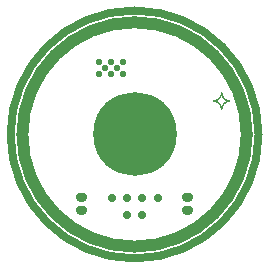
<source format=gbs>
G04*
G04 #@! TF.GenerationSoftware,Altium Limited,Altium Designer,18.1.7 (191)*
G04*
G04 Layer_Color=16711935*
%FSLAX25Y25*%
%MOIN*%
G70*
G01*
G75*
%ADD54C,0.02300*%
%ADD65C,0.03937*%
%ADD69C,0.02747*%
%ADD70C,0.02900*%
%ADD71C,0.27859*%
G36*
X-18016Y-23697D02*
X-18315D01*
X-18866Y-23925D01*
X-19288Y-24347D01*
X-19516Y-24899D01*
Y-25197D01*
Y-25495D01*
X-19288Y-26046D01*
X-18866Y-26469D01*
X-18315Y-26697D01*
X-18016D01*
D01*
X-17416D01*
X-17118D01*
X-16567Y-26469D01*
X-16145Y-26046D01*
X-15916Y-25495D01*
Y-25197D01*
Y-24899D01*
X-16145Y-24347D01*
X-16567Y-23925D01*
X-17118Y-23697D01*
X-17416D01*
D01*
X-18016D01*
D02*
G37*
G36*
Y-19366D02*
X-18315D01*
X-18866Y-19594D01*
X-19288Y-20017D01*
X-19516Y-20568D01*
Y-20866D01*
Y-21165D01*
X-19288Y-21716D01*
X-18866Y-22138D01*
X-18315Y-22366D01*
X-18016D01*
D01*
X-17416D01*
X-17118D01*
X-16567Y-22138D01*
X-16145Y-21716D01*
X-15916Y-21165D01*
Y-20866D01*
Y-20568D01*
X-16145Y-20017D01*
X-16567Y-19594D01*
X-17118Y-19366D01*
X-17416D01*
D01*
X-18016D01*
D02*
G37*
G36*
X18016Y-26697D02*
X18315D01*
X18866Y-26469D01*
X19288Y-26046D01*
X19516Y-25495D01*
Y-25197D01*
Y-24899D01*
X19288Y-24347D01*
X18866Y-23925D01*
X18315Y-23697D01*
X18016D01*
D01*
X17416D01*
X17118D01*
X16567Y-23925D01*
X16145Y-24347D01*
X15916Y-24899D01*
Y-25197D01*
Y-25495D01*
X16145Y-26046D01*
X16567Y-26469D01*
X17118Y-26697D01*
X17416D01*
D01*
X18016D01*
D02*
G37*
G36*
Y-22366D02*
X18315D01*
X18866Y-22138D01*
X19288Y-21716D01*
X19516Y-21165D01*
Y-20866D01*
Y-20568D01*
X19288Y-20017D01*
X18866Y-19594D01*
X18315Y-19366D01*
X18016D01*
D01*
X17416D01*
X17118D01*
X16567Y-19594D01*
X16145Y-20017D01*
X15916Y-20568D01*
Y-20866D01*
Y-21165D01*
X16145Y-21716D01*
X16567Y-22138D01*
X17118Y-22366D01*
X17416D01*
D01*
X18016D01*
D02*
G37*
G36*
X29280Y14077D02*
X29286Y14036D01*
X29292Y13971D01*
X29304Y13889D01*
X29321Y13789D01*
X29345Y13671D01*
X29380Y13541D01*
X29416Y13400D01*
X29457Y13253D01*
X29516Y13100D01*
X29575Y12946D01*
X29651Y12787D01*
X29740Y12628D01*
X29834Y12475D01*
X29940Y12334D01*
X30064Y12198D01*
X30070Y12192D01*
X30093Y12169D01*
X30140Y12134D01*
X30199Y12087D01*
X30264Y12033D01*
X30352Y11969D01*
X30452Y11904D01*
X30570Y11833D01*
X30700Y11762D01*
X30841Y11692D01*
X31000Y11627D01*
X31171Y11562D01*
X31348Y11503D01*
X31542Y11462D01*
X31748Y11421D01*
X31966Y11403D01*
X31954Y10908D01*
X31942D01*
X31901Y10903D01*
X31837Y10897D01*
X31754Y10885D01*
X31654Y10867D01*
X31542Y10849D01*
X31412Y10814D01*
X31271Y10779D01*
X31124Y10738D01*
X30971Y10679D01*
X30812Y10614D01*
X30653Y10537D01*
X30499Y10455D01*
X30340Y10355D01*
X30193Y10243D01*
X30058Y10119D01*
X30028Y10090D01*
X29993Y10042D01*
X29946Y9995D01*
X29893Y9919D01*
X29834Y9836D01*
X29769Y9736D01*
X29698Y9618D01*
X29628Y9489D01*
X29557Y9347D01*
X29498Y9194D01*
X29433Y9024D01*
X29374Y8847D01*
X29333Y8653D01*
X29292Y8446D01*
X29274Y8228D01*
X28785Y8223D01*
Y8234D01*
X28780Y8275D01*
X28774Y8340D01*
X28762Y8423D01*
X28744Y8523D01*
X28727Y8635D01*
X28691Y8764D01*
X28656Y8906D01*
X28615Y9053D01*
X28556Y9206D01*
X28491Y9365D01*
X28414Y9524D01*
X28326Y9683D01*
X28232Y9836D01*
X28120Y9984D01*
X27990Y10125D01*
X27984Y10131D01*
X27961Y10154D01*
X27914Y10190D01*
X27867Y10237D01*
X27790Y10290D01*
X27702Y10355D01*
X27602Y10419D01*
X27490Y10484D01*
X27360Y10555D01*
X27219Y10626D01*
X27060Y10690D01*
X26895Y10749D01*
X26718Y10808D01*
X26518Y10855D01*
X26317Y10891D01*
X26100Y10908D01*
X26094Y11409D01*
X26105D01*
X26147Y11415D01*
X26211Y11421D01*
X26294Y11433D01*
X26394Y11450D01*
X26506Y11468D01*
X26641Y11497D01*
X26777Y11539D01*
X26924Y11580D01*
X27083Y11633D01*
X27242Y11698D01*
X27395Y11768D01*
X27554Y11857D01*
X27707Y11951D01*
X27861Y12069D01*
X27996Y12192D01*
X28026Y12222D01*
X28061Y12269D01*
X28102Y12322D01*
X28161Y12393D01*
X28220Y12475D01*
X28285Y12575D01*
X28355Y12693D01*
X28426Y12823D01*
X28497Y12964D01*
X28562Y13123D01*
X28620Y13288D01*
X28673Y13471D01*
X28715Y13665D01*
X28756Y13871D01*
X28774Y14089D01*
X29280D01*
Y14077D01*
D02*
G37*
%LPC*%
G36*
X29027Y12858D02*
X29021Y12852D01*
X29015Y12834D01*
X29009Y12805D01*
X28992Y12764D01*
X28974Y12711D01*
X28950Y12652D01*
X28921Y12587D01*
X28885Y12516D01*
X28797Y12357D01*
X28685Y12175D01*
X28544Y11986D01*
X28373Y11804D01*
X28326Y11757D01*
X28285Y11727D01*
X28243Y11686D01*
X28190Y11645D01*
X28132Y11598D01*
X28061Y11539D01*
X27908Y11433D01*
X27731Y11327D01*
X27537Y11238D01*
X27330Y11162D01*
X27336Y11156D01*
X27354Y11150D01*
X27384Y11144D01*
X27425Y11126D01*
X27478Y11109D01*
X27537Y11085D01*
X27602Y11056D01*
X27672Y11020D01*
X27831Y10932D01*
X28008Y10826D01*
X28196Y10685D01*
X28379Y10514D01*
X28385Y10508D01*
X28403Y10490D01*
X28426Y10467D01*
X28461Y10431D01*
X28497Y10384D01*
X28544Y10325D01*
X28591Y10266D01*
X28644Y10202D01*
X28756Y10042D01*
X28862Y9866D01*
X28956Y9666D01*
X29027Y9465D01*
X29033Y9471D01*
X29039Y9489D01*
X29045Y9518D01*
X29062Y9560D01*
X29074Y9607D01*
X29103Y9660D01*
X29133Y9725D01*
X29162Y9801D01*
X29251Y9960D01*
X29368Y10137D01*
X29504Y10319D01*
X29675Y10502D01*
X29757Y10584D01*
X29804Y10620D01*
X29863Y10667D01*
X29922Y10714D01*
X29993Y10773D01*
X30146Y10879D01*
X30329Y10991D01*
X30517Y11085D01*
X30723Y11162D01*
X30717Y11168D01*
X30700Y11174D01*
X30670Y11179D01*
X30629Y11197D01*
X30576Y11215D01*
X30517Y11238D01*
X30452Y11268D01*
X30382Y11303D01*
X30223Y11391D01*
X30040Y11503D01*
X29857Y11639D01*
X29675Y11810D01*
X29669Y11816D01*
X29651Y11833D01*
X29628Y11857D01*
X29598Y11898D01*
X29557Y11939D01*
X29516Y11992D01*
X29469Y12051D01*
X29416Y12116D01*
X29304Y12275D01*
X29198Y12452D01*
X29103Y12652D01*
X29027Y12858D01*
D02*
G37*
%LPD*%
D54*
X-7874Y20079D02*
D03*
Y24016D02*
D03*
X2559Y-26969D02*
D03*
X-5906Y22047D02*
D03*
X-9843D02*
D03*
X-11811Y20079D02*
D03*
X-3937D02*
D03*
Y24016D02*
D03*
X-11811D02*
D03*
D65*
X37402Y0D02*
G03*
X37402Y0I-37402J0D01*
G01*
D69*
X41339D02*
G03*
X41339Y0I-41339J0D01*
G01*
D70*
X-2559Y-26969D02*
D03*
X2559D02*
D03*
X-7677Y-21063D02*
D03*
X-2559D02*
D03*
X2559D02*
D03*
X7677D02*
D03*
D71*
X0Y0D02*
D03*
M02*

</source>
